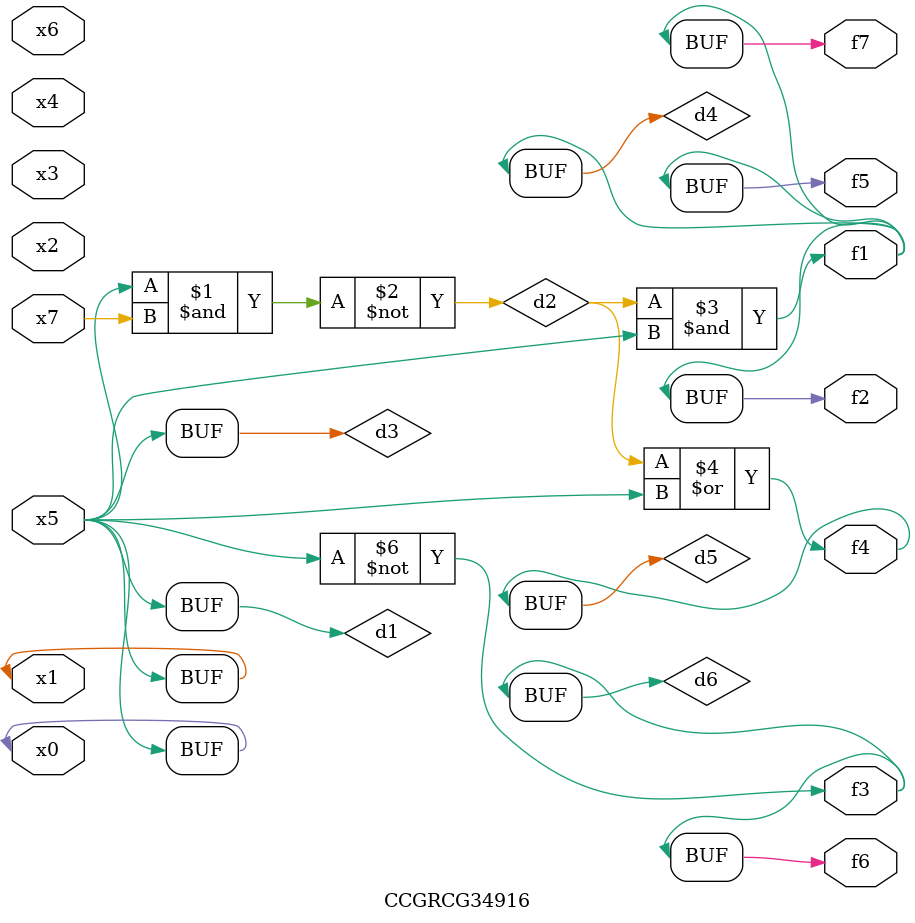
<source format=v>
module CCGRCG34916(
	input x0, x1, x2, x3, x4, x5, x6, x7,
	output f1, f2, f3, f4, f5, f6, f7
);

	wire d1, d2, d3, d4, d5, d6;

	buf (d1, x0, x5);
	nand (d2, x5, x7);
	buf (d3, x0, x1);
	and (d4, d2, d3);
	or (d5, d2, d3);
	nor (d6, d1, d3);
	assign f1 = d4;
	assign f2 = d4;
	assign f3 = d6;
	assign f4 = d5;
	assign f5 = d4;
	assign f6 = d6;
	assign f7 = d4;
endmodule

</source>
